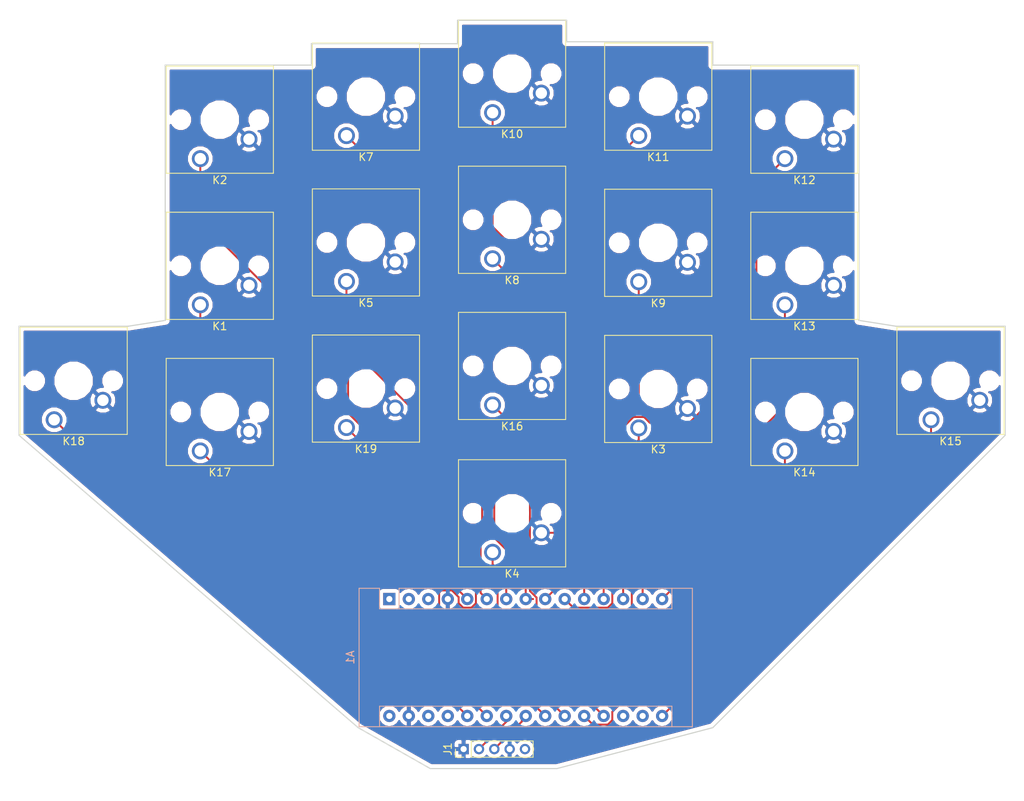
<source format=kicad_pcb>
(kicad_pcb (version 20171130) (host pcbnew 5.0.1-33cea8e~68~ubuntu18.04.1)
  (layers (0 F.Cu signal) (31 B.Cu signal hide) (34 B.Paste user) (35 F.Paste user) (36 B.SilkS user) (37 F.SilkS user) (38 B.Mask user) (39 F.Mask user) (44 Edge.Cuts user))
  (net 0 "")
  (net 1 GND)
  (net 2 "Net-(A1-Pad1)")
  (net 3 "Net-(A1-Pad17)")
  (net 4 "Net-(A1-Pad2)")
  (net 5 "Net-(A1-Pad18)")
  (net 6 "Net-(A1-Pad3)")
  (net 7 "Net-(A1-Pad19)")
  (net 8 "Net-(A1-Pad20)")
  (net 9 "Net-(A1-Pad5)")
  (net 10 "Net-(A1-Pad21)")
  (net 11 "Net-(A1-Pad6)")
  (net 12 "Net-(A1-Pad22)")
  (net 13 "Net-(A1-Pad7)")
  (net 14 "Net-(A1-Pad23)")
  (net 15 "Net-(A1-Pad8)")
  (net 16 "Net-(A1-Pad24)")
  (net 17 "Net-(A1-Pad9)")
  (net 18 "Net-(A1-Pad25)")
  (net 19 "Net-(A1-Pad10)")
  (net 20 "Net-(A1-Pad26)")
  (net 21 "Net-(A1-Pad11)")
  (net 22 "Net-(A1-Pad27)")
  (net 23 "Net-(A1-Pad12)")
  (net 24 "Net-(A1-Pad28)")
  (net 25 "Net-(A1-Pad13)")
  (net 26 "Net-(A1-Pad14)")
  (net 27 "Net-(A1-Pad30)")
  (net 28 "Net-(A1-Pad15)")
  (net 29 "Net-(A1-Pad16)")
  (module Button_Switch_Keyboard:SW_Cherry_MX1A_1.00u_PCB (layer F.Cu) (at 138.684 64.612 180)
    (fp_text reference K16 (at -2.54 -2.794 180) (layer F.SilkS))
    (fp_text value KEYSW)
    (fp_line (start -9.525 -1.905) (end 4.445 -1.905) (layer F.SilkS) (width 0.12))
    (fp_line (start 4.445 -1.905) (end 4.445 12.065) (layer F.SilkS) (width 0.12))
    (fp_line (start 4.445 12.065) (end -9.525 12.065) (layer F.SilkS) (width 0.12))
    (fp_line (start -9.525 12.065) (end -9.525 -1.905) (layer F.SilkS) (width 0.12))
    (pad 1 thru_hole circle (at 0 0 180) (size 2.2 2.2) (drill 1.5) (layers *.Cu *.Mask) (net 7 "Net-(A1-Pad19)"))
    (pad 2 thru_hole circle (at -6.35 2.54 180) (size 2.2 2.2) (drill 1.5) (layers *.Cu *.Mask) (net 1 GND))
    (pad "" np_thru_hole circle (at -2.54 5.08 180) (size 4 4) (drill 4) (layers *.Cu *.Mask))
    (pad "" np_thru_hole circle (at -7.62 5.08 180) (size 1.7 1.7) (drill 1.7) (layers *.Cu *.Mask))
    (pad "" np_thru_hole circle (at 2.54 5.08 180) (size 1.7 1.7) (drill 1.7) (layers *.Cu *.Mask))
  )
  (module Module:Arduino_Nano (layer B.Cu) (at 125.222 89.916 270)
    (fp_text reference A1 (at 7.62 5.08 270) (layer B.SilkS) (effects (justify mirror)))
    (fp_text value Arduino_Nano_v3.x)
    (fp_line (start 1.27 -1.27) (end 1.27 1.27) (layer B.SilkS) (width 0.12))
    (fp_line (start 1.27 1.27) (end -1.4 1.27) (layer B.SilkS) (width 0.12))
    (fp_line (start -1.4 -1.27) (end -1.4 -39.5) (layer B.SilkS) (width 0.12))
    (fp_line (start -1.4 3.94) (end -1.4 1.27) (layer B.SilkS) (width 0.12))
    (fp_line (start 13.97 1.27) (end 16.64 1.27) (layer B.SilkS) (width 0.12))
    (fp_line (start 13.97 1.27) (end 13.97 -36.83) (layer B.SilkS) (width 0.12))
    (fp_line (start 13.97 -36.83) (end 16.64 -36.83) (layer B.SilkS) (width 0.12))
    (fp_line (start 1.27 -1.27) (end -1.4 -1.27) (layer B.SilkS) (width 0.12))
    (fp_line (start 1.27 -1.27) (end 1.27 -36.83) (layer B.SilkS) (width 0.12))
    (fp_line (start 1.27 -36.83) (end -1.4 -36.83) (layer B.SilkS) (width 0.12))
    (fp_line (start -1.4 -39.5) (end 16.64 -39.5) (layer B.SilkS) (width 0.12))
    (fp_line (start 16.64 -39.5) (end 16.64 3.94) (layer B.SilkS) (width 0.12))
    (fp_line (start 16.64 3.94) (end -1.4 3.94) (layer B.SilkS) (width 0.12))
    (pad 1 thru_hole rect (at 0 0 270) (size 1.6 1.6) (drill 0.8) (layers *.Cu *.Mask) (net 2 "Net-(A1-Pad1)"))
    (pad 17 thru_hole oval (at 15.24 -33.02 270) (size 1.6 1.6) (drill 0.8) (layers *.Cu *.Mask) (net 3 "Net-(A1-Pad17)"))
    (pad 2 thru_hole oval (at 0 -2.54 270) (size 1.6 1.6) (drill 0.8) (layers *.Cu *.Mask) (net 4 "Net-(A1-Pad2)"))
    (pad 18 thru_hole oval (at 15.24 -30.48 270) (size 1.6 1.6) (drill 0.8) (layers *.Cu *.Mask) (net 5 "Net-(A1-Pad18)"))
    (pad 3 thru_hole oval (at 0 -5.08 270) (size 1.6 1.6) (drill 0.8) (layers *.Cu *.Mask) (net 6 "Net-(A1-Pad3)"))
    (pad 19 thru_hole oval (at 15.24 -27.94 270) (size 1.6 1.6) (drill 0.8) (layers *.Cu *.Mask) (net 7 "Net-(A1-Pad19)"))
    (pad 4 thru_hole oval (at 0 -7.62 270) (size 1.6 1.6) (drill 0.8) (layers *.Cu *.Mask) (net 1 GND))
    (pad 20 thru_hole oval (at 15.24 -25.4 270) (size 1.6 1.6) (drill 0.8) (layers *.Cu *.Mask) (net 8 "Net-(A1-Pad20)"))
    (pad 5 thru_hole oval (at 0 -10.16 270) (size 1.6 1.6) (drill 0.8) (layers *.Cu *.Mask) (net 9 "Net-(A1-Pad5)"))
    (pad 21 thru_hole oval (at 15.24 -22.86 270) (size 1.6 1.6) (drill 0.8) (layers *.Cu *.Mask) (net 10 "Net-(A1-Pad21)"))
    (pad 6 thru_hole oval (at 0 -12.7 270) (size 1.6 1.6) (drill 0.8) (layers *.Cu *.Mask) (net 11 "Net-(A1-Pad6)"))
    (pad 22 thru_hole oval (at 15.24 -20.32 270) (size 1.6 1.6) (drill 0.8) (layers *.Cu *.Mask) (net 12 "Net-(A1-Pad22)"))
    (pad 7 thru_hole oval (at 0 -15.24 270) (size 1.6 1.6) (drill 0.8) (layers *.Cu *.Mask) (net 13 "Net-(A1-Pad7)"))
    (pad 23 thru_hole oval (at 15.24 -17.78 270) (size 1.6 1.6) (drill 0.8) (layers *.Cu *.Mask) (net 14 "Net-(A1-Pad23)"))
    (pad 8 thru_hole oval (at 0 -17.78 270) (size 1.6 1.6) (drill 0.8) (layers *.Cu *.Mask) (net 15 "Net-(A1-Pad8)"))
    (pad 24 thru_hole oval (at 15.24 -15.24 270) (size 1.6 1.6) (drill 0.8) (layers *.Cu *.Mask) (net 16 "Net-(A1-Pad24)"))
    (pad 9 thru_hole oval (at 0 -20.32 270) (size 1.6 1.6) (drill 0.8) (layers *.Cu *.Mask) (net 17 "Net-(A1-Pad9)"))
    (pad 25 thru_hole oval (at 15.24 -12.7 270) (size 1.6 1.6) (drill 0.8) (layers *.Cu *.Mask) (net 18 "Net-(A1-Pad25)"))
    (pad 10 thru_hole oval (at 0 -22.86 270) (size 1.6 1.6) (drill 0.8) (layers *.Cu *.Mask) (net 19 "Net-(A1-Pad10)"))
    (pad 26 thru_hole oval (at 15.24 -10.16 270) (size 1.6 1.6) (drill 0.8) (layers *.Cu *.Mask) (net 20 "Net-(A1-Pad26)"))
    (pad 11 thru_hole oval (at 0 -25.4 270) (size 1.6 1.6) (drill 0.8) (layers *.Cu *.Mask) (net 21 "Net-(A1-Pad11)"))
    (pad 27 thru_hole oval (at 15.24 -7.62 270) (size 1.6 1.6) (drill 0.8) (layers *.Cu *.Mask) (net 22 "Net-(A1-Pad27)"))
    (pad 12 thru_hole oval (at 0 -27.94 270) (size 1.6 1.6) (drill 0.8) (layers *.Cu *.Mask) (net 23 "Net-(A1-Pad12)"))
    (pad 28 thru_hole oval (at 15.24 -5.08 270) (size 1.6 1.6) (drill 0.8) (layers *.Cu *.Mask) (net 24 "Net-(A1-Pad28)"))
    (pad 13 thru_hole oval (at 0 -30.48 270) (size 1.6 1.6) (drill 0.8) (layers *.Cu *.Mask) (net 25 "Net-(A1-Pad13)"))
    (pad 29 thru_hole oval (at 15.24 -2.54 270) (size 1.6 1.6) (drill 0.8) (layers *.Cu *.Mask) (net 1 GND))
    (pad 14 thru_hole oval (at 0 -33.02 270) (size 1.6 1.6) (drill 0.8) (layers *.Cu *.Mask) (net 26 "Net-(A1-Pad14)"))
    (pad 30 thru_hole oval (at 15.24 0 270) (size 1.6 1.6) (drill 0.8) (layers *.Cu *.Mask) (net 27 "Net-(A1-Pad30)"))
    (pad 15 thru_hole oval (at 0 -35.56 270) (size 1.6 1.6) (drill 0.8) (layers *.Cu *.Mask) (net 28 "Net-(A1-Pad15)"))
    (pad 16 thru_hole oval (at 15.24 -35.56 270) (size 1.6 1.6) (drill 0.8) (layers *.Cu *.Mask) (net 29 "Net-(A1-Pad16)"))
  )
  (module Connector_PinHeader_2.00mm:PinHeader_1x05_P2.00mm_Vertical (layer F.Cu) (at 134.906 109.474 90)
    (fp_text reference J1 (at 0 -2.06 90) (layer F.SilkS))
    (fp_text value Conn_01x05_Male)
    (fp_line (start -1.06 9.06) (end 1.06 9.06) (layer F.SilkS) (width 0.12))
    (fp_line (start -1.06 1) (end -1.06 9.06) (layer F.SilkS) (width 0.12))
    (fp_line (start 1.06 1) (end 1.06 9.06) (layer F.SilkS) (width 0.12))
    (fp_line (start -1.06 1) (end 1.06 1) (layer F.SilkS) (width 0.12))
    (fp_line (start -1.06 0) (end -1.06 -1.06) (layer F.SilkS) (width 0.12))
    (fp_line (start -1.06 -1.06) (end 0 -1.06) (layer F.SilkS) (width 0.12))
    (pad 1 thru_hole rect (at 0 0 90) (size 1.35 1.35) (drill 0.8) (layers *.Cu *.Mask) (net 1 GND))
    (pad 2 thru_hole oval (at 0 2 90) (size 1.35 1.35) (drill 0.8) (layers *.Cu *.Mask) (net 16 "Net-(A1-Pad24)"))
    (pad 3 thru_hole oval (at 0 4 90) (size 1.35 1.35) (drill 0.8) (layers *.Cu *.Mask) (net 14 "Net-(A1-Pad23)"))
    (pad 4 thru_hole oval (at 0 6 90) (size 1.35 1.35) (drill 0.8) (layers *.Cu *.Mask) (net 1 GND))
    (pad 5 thru_hole oval (at 0 8 90) (size 1.35 1.35) (drill 0.8) (layers *.Cu *.Mask) (net 3 "Net-(A1-Pad17)"))
  )
  (module Button_Switch_Keyboard:SW_Cherry_MX1A_1.00u_PCB (layer F.Cu) (at 100.584 51.562 180)
    (fp_text reference K1 (at -2.54 -2.794 180) (layer F.SilkS))
    (fp_text value KEYSW)
    (fp_line (start -9.525 12.065) (end -9.525 -1.905) (layer F.SilkS) (width 0.12))
    (fp_line (start 4.445 12.065) (end -9.525 12.065) (layer F.SilkS) (width 0.12))
    (fp_line (start 4.445 -1.905) (end 4.445 12.065) (layer F.SilkS) (width 0.12))
    (fp_line (start -9.525 -1.905) (end 4.445 -1.905) (layer F.SilkS) (width 0.12))
    (pad "" np_thru_hole circle (at 2.54 5.08 180) (size 1.7 1.7) (drill 1.7) (layers *.Cu *.Mask))
    (pad "" np_thru_hole circle (at -7.62 5.08 180) (size 1.7 1.7) (drill 1.7) (layers *.Cu *.Mask))
    (pad "" np_thru_hole circle (at -2.54 5.08 180) (size 4 4) (drill 4) (layers *.Cu *.Mask))
    (pad 2 thru_hole circle (at -6.35 2.54 180) (size 2.2 2.2) (drill 1.5) (layers *.Cu *.Mask) (net 1 GND))
    (pad 1 thru_hole circle (at 0 0 180) (size 2.2 2.2) (drill 1.5) (layers *.Cu *.Mask) (net 9 "Net-(A1-Pad5)"))
  )
  (module Button_Switch_Keyboard:SW_Cherry_MX1A_1.00u_PCB (layer F.Cu) (at 100.584 32.512 180)
    (fp_text reference K2 (at -2.54 -2.794 180) (layer F.SilkS))
    (fp_text value KEYSW)
    (fp_line (start -9.525 12.065) (end -9.525 -1.905) (layer F.SilkS) (width 0.12))
    (fp_line (start 4.445 12.065) (end -9.525 12.065) (layer F.SilkS) (width 0.12))
    (fp_line (start 4.445 -1.905) (end 4.445 12.065) (layer F.SilkS) (width 0.12))
    (fp_line (start -9.525 -1.905) (end 4.445 -1.905) (layer F.SilkS) (width 0.12))
    (pad "" np_thru_hole circle (at 2.54 5.08 180) (size 1.7 1.7) (drill 1.7) (layers *.Cu *.Mask))
    (pad "" np_thru_hole circle (at -7.62 5.08 180) (size 1.7 1.7) (drill 1.7) (layers *.Cu *.Mask))
    (pad "" np_thru_hole circle (at -2.54 5.08 180) (size 4 4) (drill 4) (layers *.Cu *.Mask))
    (pad 2 thru_hole circle (at -6.35 2.54 180) (size 2.2 2.2) (drill 1.5) (layers *.Cu *.Mask) (net 1 GND))
    (pad 1 thru_hole circle (at 0 0 180) (size 2.2 2.2) (drill 1.5) (layers *.Cu *.Mask) (net 11 "Net-(A1-Pad6)"))
  )
  (module Button_Switch_Keyboard:SW_Cherry_MX1A_1.00u_PCB (layer F.Cu) (at 157.734 67.612 180)
    (fp_text reference K3 (at -2.54 -2.794 180) (layer F.SilkS))
    (fp_text value KEYSW)
    (fp_line (start -9.525 -1.905) (end 4.445 -1.905) (layer F.SilkS) (width 0.12))
    (fp_line (start 4.445 -1.905) (end 4.445 12.065) (layer F.SilkS) (width 0.12))
    (fp_line (start 4.445 12.065) (end -9.525 12.065) (layer F.SilkS) (width 0.12))
    (fp_line (start -9.525 12.065) (end -9.525 -1.905) (layer F.SilkS) (width 0.12))
    (pad 1 thru_hole circle (at 0 0 180) (size 2.2 2.2) (drill 1.5) (layers *.Cu *.Mask) (net 8 "Net-(A1-Pad20)"))
    (pad 2 thru_hole circle (at -6.35 2.54 180) (size 2.2 2.2) (drill 1.5) (layers *.Cu *.Mask) (net 1 GND))
    (pad "" np_thru_hole circle (at -2.54 5.08 180) (size 4 4) (drill 4) (layers *.Cu *.Mask))
    (pad "" np_thru_hole circle (at -7.62 5.08 180) (size 1.7 1.7) (drill 1.7) (layers *.Cu *.Mask))
    (pad "" np_thru_hole circle (at 2.54 5.08 180) (size 1.7 1.7) (drill 1.7) (layers *.Cu *.Mask))
  )
  (module Button_Switch_Keyboard:SW_Cherry_MX1A_1.00u_PCB (layer F.Cu) (at 138.684 83.82 180)
    (fp_text reference K4 (at -2.54 -2.794 180) (layer F.SilkS))
    (fp_text value KEYSW)
    (fp_line (start -9.525 12.065) (end -9.525 -1.905) (layer F.SilkS) (width 0.12))
    (fp_line (start 4.445 12.065) (end -9.525 12.065) (layer F.SilkS) (width 0.12))
    (fp_line (start 4.445 -1.905) (end 4.445 12.065) (layer F.SilkS) (width 0.12))
    (fp_line (start -9.525 -1.905) (end 4.445 -1.905) (layer F.SilkS) (width 0.12))
    (pad "" np_thru_hole circle (at 2.54 5.08 180) (size 1.7 1.7) (drill 1.7) (layers *.Cu *.Mask))
    (pad "" np_thru_hole circle (at -7.62 5.08 180) (size 1.7 1.7) (drill 1.7) (layers *.Cu *.Mask))
    (pad "" np_thru_hole circle (at -2.54 5.08 180) (size 4 4) (drill 4) (layers *.Cu *.Mask))
    (pad 2 thru_hole circle (at -6.35 2.54 180) (size 2.2 2.2) (drill 1.5) (layers *.Cu *.Mask) (net 1 GND))
    (pad 1 thru_hole circle (at 0 0 180) (size 2.2 2.2) (drill 1.5) (layers *.Cu *.Mask) (net 10 "Net-(A1-Pad21)"))
  )
  (module Button_Switch_Keyboard:SW_Cherry_MX1A_1.00u_PCB (layer F.Cu) (at 119.634 48.514 180)
    (fp_text reference K5 (at -2.54 -2.794 180) (layer F.SilkS))
    (fp_text value KEYSW)
    (fp_line (start -9.525 -1.905) (end 4.445 -1.905) (layer F.SilkS) (width 0.12))
    (fp_line (start 4.445 -1.905) (end 4.445 12.065) (layer F.SilkS) (width 0.12))
    (fp_line (start 4.445 12.065) (end -9.525 12.065) (layer F.SilkS) (width 0.12))
    (fp_line (start -9.525 12.065) (end -9.525 -1.905) (layer F.SilkS) (width 0.12))
    (pad 1 thru_hole circle (at 0 0 180) (size 2.2 2.2) (drill 1.5) (layers *.Cu *.Mask) (net 13 "Net-(A1-Pad7)"))
    (pad 2 thru_hole circle (at -6.35 2.54 180) (size 2.2 2.2) (drill 1.5) (layers *.Cu *.Mask) (net 1 GND))
    (pad "" np_thru_hole circle (at -2.54 5.08 180) (size 4 4) (drill 4) (layers *.Cu *.Mask))
    (pad "" np_thru_hole circle (at -7.62 5.08 180) (size 1.7 1.7) (drill 1.7) (layers *.Cu *.Mask))
    (pad "" np_thru_hole circle (at 2.54 5.08 180) (size 1.7 1.7) (drill 1.7) (layers *.Cu *.Mask))
  )
  (module Button_Switch_Keyboard:SW_Cherry_MX1A_1.00u_PCB (layer F.Cu) (at 119.634 29.512 180)
    (fp_text reference K7 (at -2.54 -2.794 180) (layer F.SilkS))
    (fp_text value KEYSW)
    (fp_line (start -9.525 12.065) (end -9.525 -1.905) (layer F.SilkS) (width 0.12))
    (fp_line (start 4.445 12.065) (end -9.525 12.065) (layer F.SilkS) (width 0.12))
    (fp_line (start 4.445 -1.905) (end 4.445 12.065) (layer F.SilkS) (width 0.12))
    (fp_line (start -9.525 -1.905) (end 4.445 -1.905) (layer F.SilkS) (width 0.12))
    (pad "" np_thru_hole circle (at 2.54 5.08 180) (size 1.7 1.7) (drill 1.7) (layers *.Cu *.Mask))
    (pad "" np_thru_hole circle (at -7.62 5.08 180) (size 1.7 1.7) (drill 1.7) (layers *.Cu *.Mask))
    (pad "" np_thru_hole circle (at -2.54 5.08 180) (size 4 4) (drill 4) (layers *.Cu *.Mask))
    (pad 2 thru_hole circle (at -6.35 2.54 180) (size 2.2 2.2) (drill 1.5) (layers *.Cu *.Mask) (net 1 GND))
    (pad 1 thru_hole circle (at 0 0 180) (size 2.2 2.2) (drill 1.5) (layers *.Cu *.Mask) (net 15 "Net-(A1-Pad8)"))
  )
  (module Button_Switch_Keyboard:SW_Cherry_MX1A_1.00u_PCB (layer F.Cu) (at 138.684 45.562 180)
    (fp_text reference K8 (at -2.54 -2.794 180) (layer F.SilkS))
    (fp_text value KEYSW)
    (fp_line (start -9.525 -1.905) (end 4.445 -1.905) (layer F.SilkS) (width 0.12))
    (fp_line (start 4.445 -1.905) (end 4.445 12.065) (layer F.SilkS) (width 0.12))
    (fp_line (start 4.445 12.065) (end -9.525 12.065) (layer F.SilkS) (width 0.12))
    (fp_line (start -9.525 12.065) (end -9.525 -1.905) (layer F.SilkS) (width 0.12))
    (pad 1 thru_hole circle (at 0 0 180) (size 2.2 2.2) (drill 1.5) (layers *.Cu *.Mask) (net 17 "Net-(A1-Pad9)"))
    (pad 2 thru_hole circle (at -6.35 2.54 180) (size 2.2 2.2) (drill 1.5) (layers *.Cu *.Mask) (net 1 GND))
    (pad "" np_thru_hole circle (at -2.54 5.08 180) (size 4 4) (drill 4) (layers *.Cu *.Mask))
    (pad "" np_thru_hole circle (at -7.62 5.08 180) (size 1.7 1.7) (drill 1.7) (layers *.Cu *.Mask))
    (pad "" np_thru_hole circle (at 2.54 5.08 180) (size 1.7 1.7) (drill 1.7) (layers *.Cu *.Mask))
  )
  (module Button_Switch_Keyboard:SW_Cherry_MX1A_1.00u_PCB (layer F.Cu) (at 157.734 48.562 180)
    (fp_text reference K9 (at -2.54 -2.794 180) (layer F.SilkS))
    (fp_text value KEYSW)
    (fp_line (start -9.525 12.065) (end -9.525 -1.905) (layer F.SilkS) (width 0.12))
    (fp_line (start 4.445 12.065) (end -9.525 12.065) (layer F.SilkS) (width 0.12))
    (fp_line (start 4.445 -1.905) (end 4.445 12.065) (layer F.SilkS) (width 0.12))
    (fp_line (start -9.525 -1.905) (end 4.445 -1.905) (layer F.SilkS) (width 0.12))
    (pad "" np_thru_hole circle (at 2.54 5.08 180) (size 1.7 1.7) (drill 1.7) (layers *.Cu *.Mask))
    (pad "" np_thru_hole circle (at -7.62 5.08 180) (size 1.7 1.7) (drill 1.7) (layers *.Cu *.Mask))
    (pad "" np_thru_hole circle (at -2.54 5.08 180) (size 4 4) (drill 4) (layers *.Cu *.Mask))
    (pad 2 thru_hole circle (at -6.35 2.54 180) (size 2.2 2.2) (drill 1.5) (layers *.Cu *.Mask) (net 1 GND))
    (pad 1 thru_hole circle (at 0 0 180) (size 2.2 2.2) (drill 1.5) (layers *.Cu *.Mask) (net 19 "Net-(A1-Pad10)"))
  )
  (module Button_Switch_Keyboard:SW_Cherry_MX1A_1.00u_PCB (layer F.Cu) (at 138.684 26.512 180)
    (fp_text reference K10 (at -2.54 -2.794 180) (layer F.SilkS))
    (fp_text value KEYSW)
    (fp_line (start -9.525 -1.905) (end 4.445 -1.905) (layer F.SilkS) (width 0.12))
    (fp_line (start 4.445 -1.905) (end 4.445 12.065) (layer F.SilkS) (width 0.12))
    (fp_line (start 4.445 12.065) (end -9.525 12.065) (layer F.SilkS) (width 0.12))
    (fp_line (start -9.525 12.065) (end -9.525 -1.905) (layer F.SilkS) (width 0.12))
    (pad 1 thru_hole circle (at 0 0 180) (size 2.2 2.2) (drill 1.5) (layers *.Cu *.Mask) (net 21 "Net-(A1-Pad11)"))
    (pad 2 thru_hole circle (at -6.35 2.54 180) (size 2.2 2.2) (drill 1.5) (layers *.Cu *.Mask) (net 1 GND))
    (pad "" np_thru_hole circle (at -2.54 5.08 180) (size 4 4) (drill 4) (layers *.Cu *.Mask))
    (pad "" np_thru_hole circle (at -7.62 5.08 180) (size 1.7 1.7) (drill 1.7) (layers *.Cu *.Mask))
    (pad "" np_thru_hole circle (at 2.54 5.08 180) (size 1.7 1.7) (drill 1.7) (layers *.Cu *.Mask))
  )
  (module Button_Switch_Keyboard:SW_Cherry_MX1A_1.00u_PCB (layer F.Cu) (at 157.734 29.512 180)
    (fp_text reference K11 (at -2.54 -2.794 180) (layer F.SilkS))
    (fp_text value KEYSW)
    (fp_line (start -9.525 12.065) (end -9.525 -1.905) (layer F.SilkS) (width 0.12))
    (fp_line (start 4.445 12.065) (end -9.525 12.065) (layer F.SilkS) (width 0.12))
    (fp_line (start 4.445 -1.905) (end 4.445 12.065) (layer F.SilkS) (width 0.12))
    (fp_line (start -9.525 -1.905) (end 4.445 -1.905) (layer F.SilkS) (width 0.12))
    (pad "" np_thru_hole circle (at 2.54 5.08 180) (size 1.7 1.7) (drill 1.7) (layers *.Cu *.Mask))
    (pad "" np_thru_hole circle (at -7.62 5.08 180) (size 1.7 1.7) (drill 1.7) (layers *.Cu *.Mask))
    (pad "" np_thru_hole circle (at -2.54 5.08 180) (size 4 4) (drill 4) (layers *.Cu *.Mask))
    (pad 2 thru_hole circle (at -6.35 2.54 180) (size 2.2 2.2) (drill 1.5) (layers *.Cu *.Mask) (net 1 GND))
    (pad 1 thru_hole circle (at 0 0 180) (size 2.2 2.2) (drill 1.5) (layers *.Cu *.Mask) (net 23 "Net-(A1-Pad12)"))
  )
  (module Button_Switch_Keyboard:SW_Cherry_MX1A_1.00u_PCB (layer F.Cu) (at 176.784 32.512 180)
    (fp_text reference K12 (at -2.54 -2.794 180) (layer F.SilkS))
    (fp_text value KEYSW)
    (fp_line (start -9.525 -1.905) (end 4.445 -1.905) (layer F.SilkS) (width 0.12))
    (fp_line (start 4.445 -1.905) (end 4.445 12.065) (layer F.SilkS) (width 0.12))
    (fp_line (start 4.445 12.065) (end -9.525 12.065) (layer F.SilkS) (width 0.12))
    (fp_line (start -9.525 12.065) (end -9.525 -1.905) (layer F.SilkS) (width 0.12))
    (pad 1 thru_hole circle (at 0 0 180) (size 2.2 2.2) (drill 1.5) (layers *.Cu *.Mask) (net 25 "Net-(A1-Pad13)"))
    (pad 2 thru_hole circle (at -6.35 2.54 180) (size 2.2 2.2) (drill 1.5) (layers *.Cu *.Mask) (net 1 GND))
    (pad "" np_thru_hole circle (at -2.54 5.08 180) (size 4 4) (drill 4) (layers *.Cu *.Mask))
    (pad "" np_thru_hole circle (at -7.62 5.08 180) (size 1.7 1.7) (drill 1.7) (layers *.Cu *.Mask))
    (pad "" np_thru_hole circle (at 2.54 5.08 180) (size 1.7 1.7) (drill 1.7) (layers *.Cu *.Mask))
  )
  (module Button_Switch_Keyboard:SW_Cherry_MX1A_1.00u_PCB (layer F.Cu) (at 176.784 51.562 180)
    (fp_text reference K13 (at -2.54 -2.794 180) (layer F.SilkS))
    (fp_text value KEYSW)
    (fp_line (start -9.525 12.065) (end -9.525 -1.905) (layer F.SilkS) (width 0.12))
    (fp_line (start 4.445 12.065) (end -9.525 12.065) (layer F.SilkS) (width 0.12))
    (fp_line (start 4.445 -1.905) (end 4.445 12.065) (layer F.SilkS) (width 0.12))
    (fp_line (start -9.525 -1.905) (end 4.445 -1.905) (layer F.SilkS) (width 0.12))
    (pad "" np_thru_hole circle (at 2.54 5.08 180) (size 1.7 1.7) (drill 1.7) (layers *.Cu *.Mask))
    (pad "" np_thru_hole circle (at -7.62 5.08 180) (size 1.7 1.7) (drill 1.7) (layers *.Cu *.Mask))
    (pad "" np_thru_hole circle (at -2.54 5.08 180) (size 4 4) (drill 4) (layers *.Cu *.Mask))
    (pad 2 thru_hole circle (at -6.35 2.54 180) (size 2.2 2.2) (drill 1.5) (layers *.Cu *.Mask) (net 1 GND))
    (pad 1 thru_hole circle (at 0 0 180) (size 2.2 2.2) (drill 1.5) (layers *.Cu *.Mask) (net 26 "Net-(A1-Pad14)"))
  )
  (module Button_Switch_Keyboard:SW_Cherry_MX1A_1.00u_PCB (layer F.Cu) (at 176.784 70.612 180)
    (fp_text reference K14 (at -2.54 -2.794 180) (layer F.SilkS))
    (fp_text value KEYSW)
    (fp_line (start -9.525 -1.905) (end 4.445 -1.905) (layer F.SilkS) (width 0.12))
    (fp_line (start 4.445 -1.905) (end 4.445 12.065) (layer F.SilkS) (width 0.12))
    (fp_line (start 4.445 12.065) (end -9.525 12.065) (layer F.SilkS) (width 0.12))
    (fp_line (start -9.525 12.065) (end -9.525 -1.905) (layer F.SilkS) (width 0.12))
    (pad 1 thru_hole circle (at 0 0 180) (size 2.2 2.2) (drill 1.5) (layers *.Cu *.Mask) (net 28 "Net-(A1-Pad15)"))
    (pad 2 thru_hole circle (at -6.35 2.54 180) (size 2.2 2.2) (drill 1.5) (layers *.Cu *.Mask) (net 1 GND))
    (pad "" np_thru_hole circle (at -2.54 5.08 180) (size 4 4) (drill 4) (layers *.Cu *.Mask))
    (pad "" np_thru_hole circle (at -7.62 5.08 180) (size 1.7 1.7) (drill 1.7) (layers *.Cu *.Mask))
    (pad "" np_thru_hole circle (at 2.54 5.08 180) (size 1.7 1.7) (drill 1.7) (layers *.Cu *.Mask))
  )
  (module Button_Switch_Keyboard:SW_Cherry_MX1A_1.00u_PCB (layer F.Cu) (at 195.834 66.548 180)
    (fp_text reference K15 (at -2.54 -2.794 180) (layer F.SilkS))
    (fp_text value KEYSW)
    (fp_line (start -9.525 12.065) (end -9.525 -1.905) (layer F.SilkS) (width 0.12))
    (fp_line (start 4.445 12.065) (end -9.525 12.065) (layer F.SilkS) (width 0.12))
    (fp_line (start 4.445 -1.905) (end 4.445 12.065) (layer F.SilkS) (width 0.12))
    (fp_line (start -9.525 -1.905) (end 4.445 -1.905) (layer F.SilkS) (width 0.12))
    (pad "" np_thru_hole circle (at 2.54 5.08 180) (size 1.7 1.7) (drill 1.7) (layers *.Cu *.Mask))
    (pad "" np_thru_hole circle (at -7.62 5.08 180) (size 1.7 1.7) (drill 1.7) (layers *.Cu *.Mask))
    (pad "" np_thru_hole circle (at -2.54 5.08 180) (size 4 4) (drill 4) (layers *.Cu *.Mask))
    (pad 2 thru_hole circle (at -6.35 2.54 180) (size 2.2 2.2) (drill 1.5) (layers *.Cu *.Mask) (net 1 GND))
    (pad 1 thru_hole circle (at 0 0 180) (size 2.2 2.2) (drill 1.5) (layers *.Cu *.Mask) (net 29 "Net-(A1-Pad16)"))
  )
  (module Button_Switch_Keyboard:SW_Cherry_MX1A_1.00u_PCB (layer F.Cu) (at 100.584 70.612 180)
    (fp_text reference K17 (at -2.54 -2.794 180) (layer F.SilkS))
    (fp_text value KEYSW)
    (fp_line (start -9.525 -1.905) (end 4.445 -1.905) (layer F.SilkS) (width 0.12))
    (fp_line (start 4.445 -1.905) (end 4.445 12.065) (layer F.SilkS) (width 0.12))
    (fp_line (start 4.445 12.065) (end -9.525 12.065) (layer F.SilkS) (width 0.12))
    (fp_line (start -9.525 12.065) (end -9.525 -1.905) (layer F.SilkS) (width 0.12))
    (pad 1 thru_hole circle (at 0 0 180) (size 2.2 2.2) (drill 1.5) (layers *.Cu *.Mask) (net 18 "Net-(A1-Pad25)"))
    (pad 2 thru_hole circle (at -6.35 2.54 180) (size 2.2 2.2) (drill 1.5) (layers *.Cu *.Mask) (net 1 GND))
    (pad "" np_thru_hole circle (at -2.54 5.08 180) (size 4 4) (drill 4) (layers *.Cu *.Mask))
    (pad "" np_thru_hole circle (at -7.62 5.08 180) (size 1.7 1.7) (drill 1.7) (layers *.Cu *.Mask))
    (pad "" np_thru_hole circle (at 2.54 5.08 180) (size 1.7 1.7) (drill 1.7) (layers *.Cu *.Mask))
  )
  (module Button_Switch_Keyboard:SW_Cherry_MX1A_1.00u_PCB (layer F.Cu) (at 81.534 66.548 180)
    (fp_text reference K18 (at -2.54 -2.794 180) (layer F.SilkS))
    (fp_text value KEYSW)
    (fp_line (start -9.525 12.065) (end -9.525 -1.905) (layer F.SilkS) (width 0.12))
    (fp_line (start 4.445 12.065) (end -9.525 12.065) (layer F.SilkS) (width 0.12))
    (fp_line (start 4.445 -1.905) (end 4.445 12.065) (layer F.SilkS) (width 0.12))
    (fp_line (start -9.525 -1.905) (end 4.445 -1.905) (layer F.SilkS) (width 0.12))
    (pad "" np_thru_hole circle (at 2.54 5.08 180) (size 1.7 1.7) (drill 1.7) (layers *.Cu *.Mask))
    (pad "" np_thru_hole circle (at -7.62 5.08 180) (size 1.7 1.7) (drill 1.7) (layers *.Cu *.Mask))
    (pad "" np_thru_hole circle (at -2.54 5.08 180) (size 4 4) (drill 4) (layers *.Cu *.Mask))
    (pad 2 thru_hole circle (at -6.35 2.54 180) (size 2.2 2.2) (drill 1.5) (layers *.Cu *.Mask) (net 1 GND))
    (pad 1 thru_hole circle (at 0 0 180) (size 2.2 2.2) (drill 1.5) (layers *.Cu *.Mask) (net 20 "Net-(A1-Pad26)"))
  )
  (module Button_Switch_Keyboard:SW_Cherry_MX1A_1.00u_PCB (layer F.Cu) (at 119.634 67.564 180)
    (fp_text reference K19 (at -2.54 -2.794 180) (layer F.SilkS))
    (fp_text value KEYSW)
    (fp_line (start -9.525 -1.905) (end 4.445 -1.905) (layer F.SilkS) (width 0.12))
    (fp_line (start 4.445 -1.905) (end 4.445 12.065) (layer F.SilkS) (width 0.12))
    (fp_line (start 4.445 12.065) (end -9.525 12.065) (layer F.SilkS) (width 0.12))
    (fp_line (start -9.525 12.065) (end -9.525 -1.905) (layer F.SilkS) (width 0.12))
    (pad 1 thru_hole circle (at 0 0 180) (size 2.2 2.2) (drill 1.5) (layers *.Cu *.Mask) (net 12 "Net-(A1-Pad22)"))
    (pad 2 thru_hole circle (at -6.35 2.54 180) (size 2.2 2.2) (drill 1.5) (layers *.Cu *.Mask) (net 1 GND))
    (pad "" np_thru_hole circle (at -2.54 5.08 180) (size 4 4) (drill 4) (layers *.Cu *.Mask))
    (pad "" np_thru_hole circle (at -7.62 5.08 180) (size 1.7 1.7) (drill 1.7) (layers *.Cu *.Mask))
    (pad "" np_thru_hole circle (at 2.54 5.08 180) (size 1.7 1.7) (drill 1.7) (layers *.Cu *.Mask))
  )
  (gr_line (start 76.962 68.58) (end 76.962 54.356) (layer Edge.Cuts) (width 0.15))
  (gr_line (start 121.158 106.68) (end 76.962 68.58) (layer Edge.Cuts) (width 0.15))
  (gr_line (start 130.556 112.014) (end 121.158 106.68) (layer Edge.Cuts) (width 0.15))
  (gr_line (start 147.066 112.014) (end 130.556 112.014) (layer Edge.Cuts) (width 0.15))
  (gr_line (start 167.386 106.68) (end 147.066 112.014) (layer Edge.Cuts) (width 0.15))
  (gr_line (start 205.486 68.58) (end 167.386 106.68) (layer Edge.Cuts) (width 0.15))
  (gr_line (start 205.486 54.356) (end 205.486 68.58) (layer Edge.Cuts) (width 0.15))
  (gr_line (start 191.262 54.356) (end 205.486 54.356) (layer Edge.Cuts) (width 0.15))
  (gr_line (start 186.436 53.594) (end 191.262 54.356) (layer Edge.Cuts) (width 0.15))
  (gr_line (start 186.436 20.32) (end 186.436 53.594) (layer Edge.Cuts) (width 0.15))
  (gr_line (start 167.386 20.32) (end 186.436 20.32) (layer Edge.Cuts) (width 0.15))
  (gr_line (start 167.386 17.272) (end 167.386 20.32) (layer Edge.Cuts) (width 0.15))
  (gr_line (start 148.336 17.272) (end 167.386 17.272) (layer Edge.Cuts) (width 0.15))
  (gr_line (start 148.336 14.478) (end 148.336 17.272) (layer Edge.Cuts) (width 0.15))
  (gr_line (start 134.112 14.478) (end 148.336 14.478) (layer Edge.Cuts) (width 0.15))
  (gr_line (start 134.112 17.526) (end 134.112 14.478) (layer Edge.Cuts) (width 0.15))
  (gr_line (start 129.286 17.526) (end 134.112 17.526) (layer Edge.Cuts) (width 0.15))
  (gr_line (start 115.062 17.526) (end 129.286 17.526) (layer Edge.Cuts) (width 0.15))
  (gr_line (start 115.062 20.32) (end 115.062 17.526) (layer Edge.Cuts) (width 0.15))
  (gr_line (start 110.236 20.32) (end 115.062 20.32) (layer Edge.Cuts) (width 0.15))
  (gr_line (start 96.012 20.32) (end 110.236 20.32) (layer Edge.Cuts) (width 0.15))
  (gr_line (start 96.012 39.37) (end 96.012 20.32) (layer Edge.Cuts) (width 0.15))
  (gr_line (start 96.012 53.594) (end 96.012 39.37) (layer Edge.Cuts) (width 0.15))
  (gr_line (start 91.186 54.356) (end 96.012 53.594) (layer Edge.Cuts) (width 0.15))
  (gr_line (start 76.962 54.356) (end 91.186 54.356) (layer Edge.Cuts) (width 0.15))
  (segment (start 145.034 81.28) (end 146.589634 81.28) (width 0.25) (layer F.Cu) (net 1))
  (segment (start 144.416999 89.7296) (end 144.416999 96.410999) (width 0.25) (layer F.Cu) (net 7))
  (segment (start 152.362001 104.356001) (end 153.162 105.156) (width 0.25) (layer F.Cu) (net 7))
  (segment (start 143.549001 88.861602) (end 144.416999 89.7296) (width 0.25) (layer F.Cu) (net 7))
  (segment (start 143.549001 69.477001) (end 143.549001 88.861602) (width 0.25) (layer F.Cu) (net 7))
  (segment (start 144.416999 96.410999) (end 152.362001 104.356001) (width 0.25) (layer F.Cu) (net 7))
  (segment (start 138.684 64.612) (end 143.549001 69.477001) (width 0.25) (layer F.Cu) (net 7))
  (segment (start 151.421999 105.955999) (end 150.622 105.156) (width 0.25) (layer F.Cu) (net 8))
  (segment (start 153.702001 106.281001) (end 151.747001 106.281001) (width 0.25) (layer F.Cu) (net 8))
  (segment (start 154.287001 105.696001) (end 153.702001 106.281001) (width 0.25) (layer F.Cu) (net 8))
  (segment (start 154.287001 104.615999) (end 154.287001 105.696001) (width 0.25) (layer F.Cu) (net 8))
  (segment (start 156.827001 102.075999) (end 154.287001 104.615999) (width 0.25) (layer F.Cu) (net 8))
  (segment (start 156.827001 70.074633) (end 156.827001 102.075999) (width 0.25) (layer F.Cu) (net 8))
  (segment (start 157.734 69.167634) (end 156.827001 70.074633) (width 0.25) (layer F.Cu) (net 8))
  (segment (start 151.747001 106.281001) (end 151.421999 105.955999) (width 0.25) (layer F.Cu) (net 8))
  (segment (start 157.734 67.612) (end 157.734 69.167634) (width 0.25) (layer F.Cu) (net 8))
  (segment (start 100.584 55.118) (end 135.382 89.916) (width 0.25) (layer F.Cu) (net 9))
  (segment (start 100.584 51.562) (end 100.584 55.118) (width 0.25) (layer F.Cu) (net 9))
  (segment (start 147.282001 104.356001) (end 148.082 105.156) (width 0.25) (layer F.Cu) (net 10))
  (segment (start 139.336999 96.410999) (end 147.282001 104.356001) (width 0.25) (layer F.Cu) (net 10))
  (segment (start 138.684 85.375634) (end 139.336999 86.028633) (width 0.25) (layer F.Cu) (net 10))
  (segment (start 139.336999 86.028633) (end 139.336999 96.410999) (width 0.25) (layer F.Cu) (net 10))
  (segment (start 138.684 83.82) (end 138.684 85.375634) (width 0.25) (layer F.Cu) (net 10))
  (segment (start 137.122001 89.116001) (end 137.922 89.916) (width 0.25) (layer F.Cu) (net 11))
  (segment (start 137.122001 82.942999) (end 137.122001 89.116001) (width 0.25) (layer F.Cu) (net 11))
  (segment (start 119.848999 65.669997) (end 137.122001 82.942999) (width 0.25) (layer F.Cu) (net 11))
  (segment (start 119.848999 59.866001) (end 119.848999 65.669997) (width 0.25) (layer F.Cu) (net 11))
  (segment (start 100.584 40.601002) (end 119.848999 59.866001) (width 0.25) (layer F.Cu) (net 11))
  (segment (start 100.584 32.512) (end 100.584 40.601002) (width 0.25) (layer F.Cu) (net 11))
  (segment (start 144.742001 104.356001) (end 145.542 105.156) (width 0.25) (layer F.Cu) (net 12))
  (segment (start 131.716999 91.330999) (end 144.742001 104.356001) (width 0.25) (layer F.Cu) (net 12))
  (segment (start 131.716999 89.086001) (end 131.716999 91.330999) (width 0.25) (layer F.Cu) (net 12))
  (segment (start 134.256999 89.665997) (end 133.382001 88.790999) (width 0.25) (layer F.Cu) (net 12))
  (segment (start 134.256999 90.456001) (end 134.256999 89.665997) (width 0.25) (layer F.Cu) (net 12))
  (segment (start 134.841999 91.041001) (end 134.256999 90.456001) (width 0.25) (layer F.Cu) (net 12))
  (segment (start 135.922001 91.041001) (end 134.841999 91.041001) (width 0.25) (layer F.Cu) (net 12))
  (segment (start 136.507001 90.456001) (end 135.922001 91.041001) (width 0.25) (layer F.Cu) (net 12))
  (segment (start 133.382001 88.790999) (end 132.012001 88.790999) (width 0.25) (layer F.Cu) (net 12))
  (segment (start 136.507001 84.437001) (end 136.507001 90.456001) (width 0.25) (layer F.Cu) (net 12))
  (segment (start 132.012001 88.790999) (end 131.716999 89.086001) (width 0.25) (layer F.Cu) (net 12))
  (segment (start 119.634 67.564) (end 136.507001 84.437001) (width 0.25) (layer F.Cu) (net 12))
  (segment (start 140.462 88.78463) (end 140.462 89.916) (width 0.25) (layer F.Cu) (net 13))
  (segment (start 137.319001 80.345999) (end 140.462 83.488998) (width 0.25) (layer F.Cu) (net 13))
  (segment (start 137.319001 74.249999) (end 137.319001 80.345999) (width 0.25) (layer F.Cu) (net 13))
  (segment (start 140.462 83.488998) (end 140.462 88.78463) (width 0.25) (layer F.Cu) (net 13))
  (segment (start 119.634 56.564998) (end 137.319001 74.249999) (width 0.25) (layer F.Cu) (net 13))
  (segment (start 119.634 48.514) (end 119.634 56.564998) (width 0.25) (layer F.Cu) (net 13))
  (segment (start 138.906 109.474) (end 142.494 105.886) (width 0.25) (layer F.Cu) (net 14))
  (segment (start 142.494 105.664) (end 143.002 105.156) (width 0.25) (layer F.Cu) (net 14))
  (segment (start 142.494 105.886) (end 142.494 105.664) (width 0.25) (layer F.Cu) (net 14))
  (segment (start 143.002 89.916) (end 143.966989 89.916) (width 0.25) (layer F.Cu) (net 15))
  (segment (start 143.002 85.392588) (end 143.002 88.78463) (width 0.25) (layer F.Cu) (net 15))
  (segment (start 138.898999 81.289587) (end 143.002 85.392588) (width 0.25) (layer F.Cu) (net 15))
  (segment (start 138.898999 75.193587) (end 138.898999 81.289587) (width 0.25) (layer F.Cu) (net 15))
  (segment (start 143.002 88.78463) (end 143.002 89.916) (width 0.25) (layer F.Cu) (net 15))
  (segment (start 130.556 66.850588) (end 138.898999 75.193587) (width 0.25) (layer F.Cu) (net 15))
  (segment (start 130.556 40.434) (end 130.556 66.850588) (width 0.25) (layer F.Cu) (net 15))
  (segment (start 119.634 29.512) (end 130.556 40.434) (width 0.25) (layer F.Cu) (net 15))
  (segment (start 140.462 105.918) (end 140.462 105.156) (width 0.25) (layer F.Cu) (net 16))
  (segment (start 136.906 109.474) (end 140.462 105.918) (width 0.25) (layer F.Cu) (net 16))
  (segment (start 139.783999 46.661999) (end 138.684 45.562) (width 0.25) (layer F.Cu) (net 17))
  (segment (start 148.844 55.722) (end 139.783999 46.661999) (width 0.25) (layer F.Cu) (net 17))
  (segment (start 148.844 86.614) (end 148.844 55.722) (width 0.25) (layer F.Cu) (net 17))
  (segment (start 145.542 89.916) (end 148.844 86.614) (width 0.25) (layer F.Cu) (net 17))
  (segment (start 137.122001 104.356001) (end 137.922 105.156) (width 0.25) (layer F.Cu) (net 18))
  (segment (start 123.807001 91.041001) (end 137.122001 104.356001) (width 0.25) (layer F.Cu) (net 18))
  (segment (start 121.013001 91.041001) (end 123.807001 91.041001) (width 0.25) (layer F.Cu) (net 18))
  (segment (start 100.584 70.612) (end 121.013001 91.041001) (width 0.25) (layer F.Cu) (net 18))
  (segment (start 148.881999 90.715999) (end 148.082 89.916) (width 0.25) (layer F.Cu) (net 19))
  (segment (start 149.207001 91.041001) (end 148.881999 90.715999) (width 0.25) (layer F.Cu) (net 19))
  (segment (start 153.702001 91.041001) (end 149.207001 91.041001) (width 0.25) (layer F.Cu) (net 19))
  (segment (start 154.287001 90.456001) (end 153.702001 91.041001) (width 0.25) (layer F.Cu) (net 19))
  (segment (start 154.287001 66.946999) (end 154.287001 90.456001) (width 0.25) (layer F.Cu) (net 19))
  (segment (start 157.734 63.5) (end 154.287001 66.946999) (width 0.25) (layer F.Cu) (net 19))
  (segment (start 157.734 48.562) (end 157.734 63.5) (width 0.25) (layer F.Cu) (net 19))
  (segment (start 81.534 66.548) (end 114.808 99.822) (width 0.25) (layer F.Cu) (net 20))
  (segment (start 130.048 99.822) (end 135.382 105.156) (width 0.25) (layer F.Cu) (net 20))
  (segment (start 114.808 99.822) (end 130.048 99.822) (width 0.25) (layer F.Cu) (net 20))
  (segment (start 150.622 88.78463) (end 150.622 89.916) (width 0.25) (layer F.Cu) (net 21))
  (segment (start 150.622 53.321002) (end 150.622 88.78463) (width 0.25) (layer F.Cu) (net 21))
  (segment (start 138.684 41.383002) (end 150.622 53.321002) (width 0.25) (layer F.Cu) (net 21))
  (segment (start 138.684 26.512) (end 138.684 41.383002) (width 0.25) (layer F.Cu) (net 21))
  (segment (start 153.162 34.084) (end 153.162 89.916) (width 0.25) (layer F.Cu) (net 23))
  (segment (start 157.734 29.512) (end 153.162 34.084) (width 0.25) (layer F.Cu) (net 23))
  (segment (start 155.702 88.78463) (end 155.702 89.916) (width 0.25) (layer F.Cu) (net 25))
  (segment (start 155.702 67.534998) (end 155.702 88.78463) (width 0.25) (layer F.Cu) (net 25))
  (segment (start 157.049999 66.186999) (end 155.702 67.534998) (width 0.25) (layer F.Cu) (net 25))
  (segment (start 158.418001 66.186999) (end 157.049999 66.186999) (width 0.25) (layer F.Cu) (net 25))
  (segment (start 159.159001 66.927999) (end 158.418001 66.186999) (width 0.25) (layer F.Cu) (net 25))
  (segment (start 164.337003 66.927999) (end 159.159001 66.927999) (width 0.25) (layer F.Cu) (net 25))
  (segment (start 173.068999 58.196003) (end 164.337003 66.927999) (width 0.25) (layer F.Cu) (net 25))
  (segment (start 173.068999 36.227001) (end 173.068999 58.196003) (width 0.25) (layer F.Cu) (net 25))
  (segment (start 176.784 32.512) (end 173.068999 36.227001) (width 0.25) (layer F.Cu) (net 25))
  (segment (start 158.242 83.273002) (end 158.242 88.78463) (width 0.25) (layer F.Cu) (net 26))
  (segment (start 176.784 64.731002) (end 158.242 83.273002) (width 0.25) (layer F.Cu) (net 26))
  (segment (start 158.242 88.78463) (end 158.242 89.916) (width 0.25) (layer F.Cu) (net 26))
  (segment (start 176.784 51.562) (end 176.784 64.731002) (width 0.25) (layer F.Cu) (net 26))
  (segment (start 176.784 73.914) (end 160.782 89.916) (width 0.25) (layer F.Cu) (net 28))
  (segment (start 176.784 70.612) (end 176.784 73.914) (width 0.25) (layer F.Cu) (net 28))
  (segment (start 195.834 70.104) (end 160.782 105.156) (width 0.25) (layer F.Cu) (net 29))
  (segment (start 195.834 66.548) (end 195.834 70.104) (width 0.25) (layer F.Cu) (net 29))
  (zone (net 1) (net_name GND) (layer F.Cu) (connect_pads (clearance 0.508)) (min_thickness 0.254) (fill yes (arc_segments 16) (thermal_gap 0.508) (thermal_bridge_width 0.508))
    (polygon (pts (xy 76.962 54.356) (xy 91.186 54.356) (xy 96.012 53.594) (xy 96.012 20.32) (xy 96.012 53.594) (xy 96.012 20.32) (xy 115.062 20.32) (xy 115.062 17.526) (xy 134.112 17.526) (xy 134.112 14.478) (xy 148.336 14.732) (xy 148.336 17.272) (xy 167.386 17.272) (xy 167.386 20.32) (xy 186.436 20.32) (xy 186.436 53.594) (xy 191.262 54.356) (xy 205.486 54.356) (xy 205.486 68.58) (xy 167.386 106.68) (xy 146.812 112.014) (xy 130.556 112.014) (xy 121.158 106.68) (xy 76.962 68.58)))
  )
  (zone (net 1) (net_name GND) (layer B.Cu) (connect_pads (clearance 0.508)) (min_thickness 0.254) (fill yes (arc_segments 16) (thermal_gap 0.508) (thermal_bridge_width 0.508))
    (polygon (pts (xy 76.962 54.356) (xy 91.186 54.356) (xy 96.012 53.594) (xy 96.012 20.32) (xy 96.012 53.594) (xy 96.012 20.32) (xy 115.062 20.32) (xy 115.062 17.526) (xy 134.112 17.526) (xy 134.112 14.478) (xy 148.336 14.732) (xy 148.336 17.272) (xy 167.386 17.272) (xy 167.386 20.32) (xy 186.436 20.32) (xy 186.436 53.594) (xy 191.262 54.356) (xy 205.486 54.356) (xy 205.486 68.58) (xy 167.386 106.68) (xy 146.812 112.014) (xy 130.556 112.014) (xy 121.158 106.68) (xy 76.962 68.58)))
  )
)
</source>
